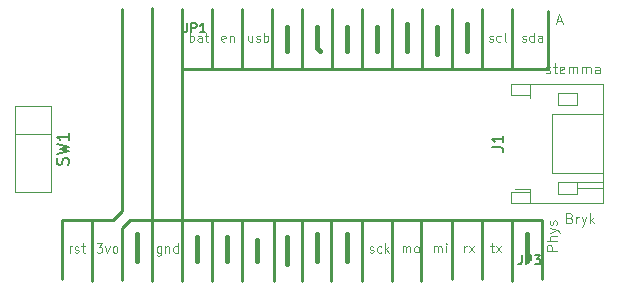
<source format=gbr>
%TF.GenerationSoftware,KiCad,Pcbnew,(5.1.7)-1*%
%TF.CreationDate,2020-11-03T10:24:41+11:00*%
%TF.ProjectId,physbryk_feather,70687973-6272-4796-9b5f-666561746865,rev?*%
%TF.SameCoordinates,Original*%
%TF.FileFunction,Legend,Top*%
%TF.FilePolarity,Positive*%
%FSLAX46Y46*%
G04 Gerber Fmt 4.6, Leading zero omitted, Abs format (unit mm)*
G04 Created by KiCad (PCBNEW (5.1.7)-1) date 2020-11-03 10:24:41*
%MOMM*%
%LPD*%
G01*
G04 APERTURE LIST*
%ADD10C,0.115570*%
%ADD11C,0.097536*%
%ADD12C,0.254000*%
%ADD13C,0.406400*%
%ADD14C,0.120000*%
%ADD15C,0.150000*%
%ADD16C,0.146304*%
G04 APERTURE END LIST*
D10*
X169145987Y-98979566D02*
X169226420Y-99019783D01*
X169387287Y-99019783D01*
X169467720Y-98979566D01*
X169507937Y-98899133D01*
X169507937Y-98858916D01*
X169467720Y-98778483D01*
X169387287Y-98738266D01*
X169266637Y-98738266D01*
X169186203Y-98698050D01*
X169145987Y-98617616D01*
X169145987Y-98577400D01*
X169186203Y-98496966D01*
X169266637Y-98456750D01*
X169387287Y-98456750D01*
X169467720Y-98496966D01*
X169749237Y-98456750D02*
X170070970Y-98456750D01*
X169869887Y-98175233D02*
X169869887Y-98899133D01*
X169910103Y-98979566D01*
X169990537Y-99019783D01*
X170070970Y-99019783D01*
X170674220Y-98979566D02*
X170593787Y-99019783D01*
X170432920Y-99019783D01*
X170352487Y-98979566D01*
X170312270Y-98899133D01*
X170312270Y-98577400D01*
X170352487Y-98496966D01*
X170432920Y-98456750D01*
X170593787Y-98456750D01*
X170674220Y-98496966D01*
X170714437Y-98577400D01*
X170714437Y-98657833D01*
X170312270Y-98738266D01*
X171076387Y-99019783D02*
X171076387Y-98456750D01*
X171076387Y-98537183D02*
X171116603Y-98496966D01*
X171197037Y-98456750D01*
X171317687Y-98456750D01*
X171398120Y-98496966D01*
X171438337Y-98577400D01*
X171438337Y-99019783D01*
X171438337Y-98577400D02*
X171478553Y-98496966D01*
X171558987Y-98456750D01*
X171679637Y-98456750D01*
X171760070Y-98496966D01*
X171800287Y-98577400D01*
X171800287Y-99019783D01*
X172202453Y-99019783D02*
X172202453Y-98456750D01*
X172202453Y-98537183D02*
X172242670Y-98496966D01*
X172323103Y-98456750D01*
X172443753Y-98456750D01*
X172524187Y-98496966D01*
X172564403Y-98577400D01*
X172564403Y-99019783D01*
X172564403Y-98577400D02*
X172604620Y-98496966D01*
X172685053Y-98456750D01*
X172805703Y-98456750D01*
X172886137Y-98496966D01*
X172926353Y-98577400D01*
X172926353Y-99019783D01*
X173690470Y-99019783D02*
X173690470Y-98577400D01*
X173650253Y-98496966D01*
X173569820Y-98456750D01*
X173408953Y-98456750D01*
X173328520Y-98496966D01*
X173690470Y-98979566D02*
X173610037Y-99019783D01*
X173408953Y-99019783D01*
X173328520Y-98979566D01*
X173288303Y-98899133D01*
X173288303Y-98818700D01*
X173328520Y-98738266D01*
X173408953Y-98698050D01*
X173610037Y-98698050D01*
X173690470Y-98657833D01*
D11*
X128809346Y-114187030D02*
X128809346Y-113672257D01*
X128809346Y-113819335D02*
X128846115Y-113745796D01*
X128882885Y-113709026D01*
X128956424Y-113672257D01*
X129029963Y-113672257D01*
X129250580Y-114150260D02*
X129324119Y-114187030D01*
X129471197Y-114187030D01*
X129544736Y-114150260D01*
X129581506Y-114076721D01*
X129581506Y-114039952D01*
X129544736Y-113966413D01*
X129471197Y-113929643D01*
X129360888Y-113929643D01*
X129287349Y-113892874D01*
X129250580Y-113819335D01*
X129250580Y-113782565D01*
X129287349Y-113709026D01*
X129360888Y-113672257D01*
X129471197Y-113672257D01*
X129544736Y-113709026D01*
X129802123Y-113672257D02*
X130096279Y-113672257D01*
X129912431Y-113414870D02*
X129912431Y-114076721D01*
X129949201Y-114150260D01*
X130022740Y-114187030D01*
X130096279Y-114187030D01*
X131098006Y-113414870D02*
X131576010Y-113414870D01*
X131318624Y-113709026D01*
X131428932Y-113709026D01*
X131502471Y-113745796D01*
X131539241Y-113782565D01*
X131576010Y-113856104D01*
X131576010Y-114039952D01*
X131539241Y-114113491D01*
X131502471Y-114150260D01*
X131428932Y-114187030D01*
X131208315Y-114187030D01*
X131134776Y-114150260D01*
X131098006Y-114113491D01*
X131833397Y-113672257D02*
X132017245Y-114187030D01*
X132201092Y-113672257D01*
X132605557Y-114187030D02*
X132532018Y-114150260D01*
X132495248Y-114113491D01*
X132458479Y-114039952D01*
X132458479Y-113819335D01*
X132495248Y-113745796D01*
X132532018Y-113709026D01*
X132605557Y-113672257D01*
X132715866Y-113672257D01*
X132789405Y-113709026D01*
X132826174Y-113745796D01*
X132862944Y-113819335D01*
X132862944Y-114039952D01*
X132826174Y-114113491D01*
X132789405Y-114150260D01*
X132715866Y-114187030D01*
X132605557Y-114187030D01*
X136557071Y-113672257D02*
X136557071Y-114297339D01*
X136520302Y-114370878D01*
X136483532Y-114407647D01*
X136409993Y-114444417D01*
X136299685Y-114444417D01*
X136226146Y-114407647D01*
X136557071Y-114150260D02*
X136483532Y-114187030D01*
X136336454Y-114187030D01*
X136262915Y-114150260D01*
X136226146Y-114113491D01*
X136189376Y-114039952D01*
X136189376Y-113819335D01*
X136226146Y-113745796D01*
X136262915Y-113709026D01*
X136336454Y-113672257D01*
X136483532Y-113672257D01*
X136557071Y-113709026D01*
X136924766Y-113672257D02*
X136924766Y-114187030D01*
X136924766Y-113745796D02*
X136961536Y-113709026D01*
X137035075Y-113672257D01*
X137145384Y-113672257D01*
X137218923Y-113709026D01*
X137255692Y-113782565D01*
X137255692Y-114187030D01*
X137954313Y-114187030D02*
X137954313Y-113414870D01*
X137954313Y-114150260D02*
X137880774Y-114187030D01*
X137733696Y-114187030D01*
X137660157Y-114150260D01*
X137623387Y-114113491D01*
X137586618Y-114039952D01*
X137586618Y-113819335D01*
X137623387Y-113745796D01*
X137660157Y-113709026D01*
X137733696Y-113672257D01*
X137880774Y-113672257D01*
X137954313Y-113709026D01*
X141994002Y-96294060D02*
X141920463Y-96330830D01*
X141773385Y-96330830D01*
X141699846Y-96294060D01*
X141663076Y-96220521D01*
X141663076Y-95926365D01*
X141699846Y-95852826D01*
X141773385Y-95816057D01*
X141920463Y-95816057D01*
X141994002Y-95852826D01*
X142030771Y-95926365D01*
X142030771Y-95999904D01*
X141663076Y-96073443D01*
X142361697Y-95816057D02*
X142361697Y-96330830D01*
X142361697Y-95889596D02*
X142398466Y-95852826D01*
X142472006Y-95816057D01*
X142582314Y-95816057D01*
X142655853Y-95852826D01*
X142692623Y-95926365D01*
X142692623Y-96330830D01*
X138969346Y-96330830D02*
X138969346Y-95558670D01*
X138969346Y-95852826D02*
X139042885Y-95816057D01*
X139189963Y-95816057D01*
X139263502Y-95852826D01*
X139300271Y-95889596D01*
X139337041Y-95963135D01*
X139337041Y-96183752D01*
X139300271Y-96257291D01*
X139263502Y-96294060D01*
X139189963Y-96330830D01*
X139042885Y-96330830D01*
X138969346Y-96294060D01*
X139998892Y-96330830D02*
X139998892Y-95926365D01*
X139962123Y-95852826D01*
X139888584Y-95816057D01*
X139741506Y-95816057D01*
X139667966Y-95852826D01*
X139998892Y-96294060D02*
X139925353Y-96330830D01*
X139741506Y-96330830D01*
X139667966Y-96294060D01*
X139631197Y-96220521D01*
X139631197Y-96146982D01*
X139667966Y-96073443D01*
X139741506Y-96036674D01*
X139925353Y-96036674D01*
X139998892Y-95999904D01*
X140256279Y-95816057D02*
X140550435Y-95816057D01*
X140366587Y-95558670D02*
X140366587Y-96220521D01*
X140403357Y-96294060D01*
X140476896Y-96330830D01*
X140550435Y-96330830D01*
X144278671Y-95816057D02*
X144278671Y-96330830D01*
X143947746Y-95816057D02*
X143947746Y-96220521D01*
X143984515Y-96294060D01*
X144058054Y-96330830D01*
X144168363Y-96330830D01*
X144241902Y-96294060D01*
X144278671Y-96257291D01*
X144609597Y-96294060D02*
X144683136Y-96330830D01*
X144830214Y-96330830D01*
X144903753Y-96294060D01*
X144940523Y-96220521D01*
X144940523Y-96183752D01*
X144903753Y-96110213D01*
X144830214Y-96073443D01*
X144719906Y-96073443D01*
X144646366Y-96036674D01*
X144609597Y-95963135D01*
X144609597Y-95926365D01*
X144646366Y-95852826D01*
X144719906Y-95816057D01*
X144830214Y-95816057D01*
X144903753Y-95852826D01*
X145271448Y-96330830D02*
X145271448Y-95558670D01*
X145271448Y-95852826D02*
X145344987Y-95816057D01*
X145492066Y-95816057D01*
X145565605Y-95852826D01*
X145602374Y-95889596D01*
X145639144Y-95963135D01*
X145639144Y-96183752D01*
X145602374Y-96257291D01*
X145565605Y-96294060D01*
X145492066Y-96330830D01*
X145344987Y-96330830D01*
X145271448Y-96294060D01*
X167126576Y-96294060D02*
X167200115Y-96330830D01*
X167347193Y-96330830D01*
X167420732Y-96294060D01*
X167457502Y-96220521D01*
X167457502Y-96183752D01*
X167420732Y-96110213D01*
X167347193Y-96073443D01*
X167236885Y-96073443D01*
X167163346Y-96036674D01*
X167126576Y-95963135D01*
X167126576Y-95926365D01*
X167163346Y-95852826D01*
X167236885Y-95816057D01*
X167347193Y-95816057D01*
X167420732Y-95852826D01*
X168119353Y-96330830D02*
X168119353Y-95558670D01*
X168119353Y-96294060D02*
X168045814Y-96330830D01*
X167898736Y-96330830D01*
X167825197Y-96294060D01*
X167788427Y-96257291D01*
X167751658Y-96183752D01*
X167751658Y-95963135D01*
X167788427Y-95889596D01*
X167825197Y-95852826D01*
X167898736Y-95816057D01*
X168045814Y-95816057D01*
X168119353Y-95852826D01*
X168817974Y-96330830D02*
X168817974Y-95926365D01*
X168781205Y-95852826D01*
X168707666Y-95816057D01*
X168560587Y-95816057D01*
X168487048Y-95852826D01*
X168817974Y-96294060D02*
X168744435Y-96330830D01*
X168560587Y-96330830D01*
X168487048Y-96294060D01*
X168450279Y-96220521D01*
X168450279Y-96146982D01*
X168487048Y-96073443D01*
X168560587Y-96036674D01*
X168744435Y-96036674D01*
X168817974Y-95999904D01*
X164332576Y-96294060D02*
X164406115Y-96330830D01*
X164553193Y-96330830D01*
X164626732Y-96294060D01*
X164663502Y-96220521D01*
X164663502Y-96183752D01*
X164626732Y-96110213D01*
X164553193Y-96073443D01*
X164442885Y-96073443D01*
X164369346Y-96036674D01*
X164332576Y-95963135D01*
X164332576Y-95926365D01*
X164369346Y-95852826D01*
X164442885Y-95816057D01*
X164553193Y-95816057D01*
X164626732Y-95852826D01*
X165325353Y-96294060D02*
X165251814Y-96330830D01*
X165104736Y-96330830D01*
X165031197Y-96294060D01*
X164994427Y-96257291D01*
X164957658Y-96183752D01*
X164957658Y-95963135D01*
X164994427Y-95889596D01*
X165031197Y-95852826D01*
X165104736Y-95816057D01*
X165251814Y-95816057D01*
X165325353Y-95852826D01*
X165766587Y-96330830D02*
X165693048Y-96294060D01*
X165656279Y-96220521D01*
X165656279Y-95558670D01*
X164449537Y-113659557D02*
X164743693Y-113659557D01*
X164559846Y-113402170D02*
X164559846Y-114064021D01*
X164596615Y-114137560D01*
X164670154Y-114174330D01*
X164743693Y-114174330D01*
X164927541Y-114174330D02*
X165332006Y-113659557D01*
X164927541Y-113659557D02*
X165332006Y-114174330D01*
X162210346Y-114174330D02*
X162210346Y-113659557D01*
X162210346Y-113806635D02*
X162247115Y-113733096D01*
X162283885Y-113696326D01*
X162357424Y-113659557D01*
X162430963Y-113659557D01*
X162614810Y-114174330D02*
X163019275Y-113659557D01*
X162614810Y-113659557D02*
X163019275Y-114174330D01*
X159670346Y-114174330D02*
X159670346Y-113659557D01*
X159670346Y-113733096D02*
X159707115Y-113696326D01*
X159780654Y-113659557D01*
X159890963Y-113659557D01*
X159964502Y-113696326D01*
X160001271Y-113769865D01*
X160001271Y-114174330D01*
X160001271Y-113769865D02*
X160038041Y-113696326D01*
X160111580Y-113659557D01*
X160221888Y-113659557D01*
X160295427Y-113696326D01*
X160332197Y-113769865D01*
X160332197Y-114174330D01*
X160699892Y-114174330D02*
X160699892Y-113659557D01*
X160699892Y-113402170D02*
X160663123Y-113438940D01*
X160699892Y-113475709D01*
X160736662Y-113438940D01*
X160699892Y-113402170D01*
X160699892Y-113475709D01*
X157003346Y-114174330D02*
X157003346Y-113659557D01*
X157003346Y-113733096D02*
X157040115Y-113696326D01*
X157113654Y-113659557D01*
X157223963Y-113659557D01*
X157297502Y-113696326D01*
X157334271Y-113769865D01*
X157334271Y-114174330D01*
X157334271Y-113769865D02*
X157371041Y-113696326D01*
X157444580Y-113659557D01*
X157554888Y-113659557D01*
X157628427Y-113696326D01*
X157665197Y-113769865D01*
X157665197Y-114174330D01*
X158143201Y-114174330D02*
X158069662Y-114137560D01*
X158032892Y-114100791D01*
X157996123Y-114027252D01*
X157996123Y-113806635D01*
X158032892Y-113733096D01*
X158069662Y-113696326D01*
X158143201Y-113659557D01*
X158253509Y-113659557D01*
X158327048Y-113696326D01*
X158363818Y-113733096D01*
X158400587Y-113806635D01*
X158400587Y-114027252D01*
X158363818Y-114100791D01*
X158327048Y-114137560D01*
X158253509Y-114174330D01*
X158143201Y-114174330D01*
X154223376Y-114150260D02*
X154296915Y-114187030D01*
X154443993Y-114187030D01*
X154517532Y-114150260D01*
X154554302Y-114076721D01*
X154554302Y-114039952D01*
X154517532Y-113966413D01*
X154443993Y-113929643D01*
X154333685Y-113929643D01*
X154260146Y-113892874D01*
X154223376Y-113819335D01*
X154223376Y-113782565D01*
X154260146Y-113709026D01*
X154333685Y-113672257D01*
X154443993Y-113672257D01*
X154517532Y-113709026D01*
X155216153Y-114150260D02*
X155142614Y-114187030D01*
X154995536Y-114187030D01*
X154921997Y-114150260D01*
X154885227Y-114113491D01*
X154848458Y-114039952D01*
X154848458Y-113819335D01*
X154885227Y-113745796D01*
X154921997Y-113709026D01*
X154995536Y-113672257D01*
X155142614Y-113672257D01*
X155216153Y-113709026D01*
X155547079Y-114187030D02*
X155547079Y-113414870D01*
X155620618Y-113892874D02*
X155841235Y-114187030D01*
X155841235Y-113672257D02*
X155547079Y-113966413D01*
D12*
X138341100Y-98653600D02*
X140881100Y-98653600D01*
X140881100Y-98653600D02*
X143421100Y-98653600D01*
X143421100Y-98653600D02*
X145961100Y-98653600D01*
X145961100Y-98653600D02*
X148501100Y-98653600D01*
X148501100Y-98653600D02*
X151041100Y-98653600D01*
X151041100Y-98653600D02*
X156121100Y-98653600D01*
X156121100Y-98653600D02*
X158661100Y-98653600D01*
X158661100Y-98653600D02*
X161201100Y-98653600D01*
X161201100Y-98653600D02*
X163741100Y-98653600D01*
X163741100Y-98653600D02*
X166281100Y-98653600D01*
X166281100Y-98653600D02*
X169329100Y-98653600D01*
X169329100Y-98653600D02*
X169329100Y-93700600D01*
X140881100Y-93573600D02*
X140881100Y-98653600D01*
X143421100Y-93573600D02*
X143421100Y-98653600D01*
X145961100Y-98653600D02*
X145961100Y-93573600D01*
X148501100Y-98653600D02*
X148501100Y-93573600D01*
X151041100Y-93573600D02*
X151041100Y-98653600D01*
X153581100Y-98526600D02*
X153581100Y-93573600D01*
X156121100Y-93573600D02*
X156121100Y-98653600D01*
X158661100Y-93573600D02*
X158661100Y-98653600D01*
X161201100Y-93573600D02*
X161201100Y-98653600D01*
X163741100Y-93573600D02*
X163741100Y-98653600D01*
X166281100Y-93573600D02*
X166281100Y-98653600D01*
X158534100Y-111417100D02*
X156121100Y-111417100D01*
X156121100Y-111417100D02*
X153581100Y-111417100D01*
X153581100Y-111417100D02*
X150914100Y-111417100D01*
X150914100Y-111417100D02*
X148501100Y-111417100D01*
X148501100Y-111417100D02*
X146088100Y-111417100D01*
X146088100Y-111417100D02*
X140881100Y-111417100D01*
X140881100Y-111417100D02*
X138341100Y-111417100D01*
X138341100Y-111417100D02*
X135801100Y-111417100D01*
X130721100Y-111417100D02*
X128181100Y-111417100D01*
X128181100Y-111417100D02*
X128181100Y-116433600D01*
X158534100Y-111417100D02*
X158534100Y-116560600D01*
X156121100Y-116560600D02*
X156121100Y-111417100D01*
X153581100Y-116560600D02*
X153581100Y-111417100D01*
X150914100Y-111417100D02*
X150914100Y-116560600D01*
X148501100Y-111417100D02*
X148501100Y-116560600D01*
X146088100Y-116560600D02*
X146088100Y-111417100D01*
X143421100Y-111544100D02*
X143421100Y-116560600D01*
X140881100Y-116560600D02*
X140881100Y-111417100D01*
X138341100Y-116560600D02*
X138341100Y-111417100D01*
X135801100Y-116560600D02*
X135801100Y-111417100D01*
X130721100Y-116560600D02*
X130721100Y-111417100D01*
X158534100Y-111417100D02*
X161201100Y-111417100D01*
X161201100Y-111417100D02*
X163741100Y-111417100D01*
X163741100Y-111417100D02*
X166281100Y-111417100D01*
X166281100Y-111417100D02*
X168821100Y-111417100D01*
X168821100Y-111417100D02*
X168821100Y-116433600D01*
X161201100Y-111417100D02*
X161201100Y-116433600D01*
X163741100Y-111417100D02*
X163741100Y-116433600D01*
X166281100Y-111417100D02*
X166281100Y-116560600D01*
X133261100Y-110655100D02*
X133261100Y-93573600D01*
X135801100Y-93510100D02*
X135801100Y-111417100D01*
X138341100Y-111417100D02*
X138341100Y-98653600D01*
X138341100Y-98653600D02*
X138341100Y-93573600D01*
X130695700Y-111429800D02*
X132473700Y-111429800D01*
X135801100Y-111417100D02*
X133959600Y-111417100D01*
X133959600Y-111417100D02*
X133261100Y-112115600D01*
X133261100Y-112115600D02*
X133261100Y-116497100D01*
X133261100Y-110655100D02*
X132499100Y-111417100D01*
D10*
X170050883Y-114023796D02*
X169206333Y-114023796D01*
X169206333Y-113702062D01*
X169246550Y-113621629D01*
X169286766Y-113581412D01*
X169367200Y-113541196D01*
X169487850Y-113541196D01*
X169568283Y-113581412D01*
X169608500Y-113621629D01*
X169648716Y-113702062D01*
X169648716Y-114023796D01*
X170050883Y-113179246D02*
X169206333Y-113179246D01*
X170050883Y-112817296D02*
X169608500Y-112817296D01*
X169528066Y-112857512D01*
X169487850Y-112937946D01*
X169487850Y-113058596D01*
X169528066Y-113139029D01*
X169568283Y-113179246D01*
X169487850Y-112495562D02*
X170050883Y-112294479D01*
X169487850Y-112093396D02*
X170050883Y-112294479D01*
X170251966Y-112374912D01*
X170292183Y-112415129D01*
X170332400Y-112495562D01*
X170010666Y-111811879D02*
X170050883Y-111731446D01*
X170050883Y-111570579D01*
X170010666Y-111490146D01*
X169930233Y-111449929D01*
X169890016Y-111449929D01*
X169809583Y-111490146D01*
X169769366Y-111570579D01*
X169769366Y-111691229D01*
X169729150Y-111771662D01*
X169648716Y-111811879D01*
X169608500Y-111811879D01*
X169528066Y-111771662D01*
X169487850Y-111691229D01*
X169487850Y-111570579D01*
X169528066Y-111490146D01*
X171156820Y-111277400D02*
X171277470Y-111317616D01*
X171317687Y-111357833D01*
X171357903Y-111438266D01*
X171357903Y-111558916D01*
X171317687Y-111639350D01*
X171277470Y-111679566D01*
X171197037Y-111719783D01*
X170875303Y-111719783D01*
X170875303Y-110875233D01*
X171156820Y-110875233D01*
X171237253Y-110915450D01*
X171277470Y-110955666D01*
X171317687Y-111036100D01*
X171317687Y-111116533D01*
X171277470Y-111196966D01*
X171237253Y-111237183D01*
X171156820Y-111277400D01*
X170875303Y-111277400D01*
X171719853Y-111719783D02*
X171719853Y-111156750D01*
X171719853Y-111317616D02*
X171760070Y-111237183D01*
X171800287Y-111196966D01*
X171880720Y-111156750D01*
X171961153Y-111156750D01*
X172162237Y-111156750D02*
X172363320Y-111719783D01*
X172564403Y-111156750D02*
X172363320Y-111719783D01*
X172282887Y-111920866D01*
X172242670Y-111961083D01*
X172162237Y-112001300D01*
X172886137Y-111719783D02*
X172886137Y-110875233D01*
X172966570Y-111398050D02*
X173207870Y-111719783D01*
X173207870Y-111156750D02*
X172886137Y-111478483D01*
X170073087Y-94562083D02*
X170475253Y-94562083D01*
X169992653Y-94803383D02*
X170274170Y-93958833D01*
X170555687Y-94803383D01*
D13*
X147231100Y-95097600D02*
X147231100Y-97129600D01*
X150025100Y-97129600D02*
X149771100Y-96875600D01*
X149771100Y-96875600D02*
X149771100Y-95097600D01*
X152311100Y-95097600D02*
X152311100Y-97129600D01*
X154851100Y-97129600D02*
X154851100Y-95097600D01*
X157391100Y-94843600D02*
X157391100Y-97129600D01*
X159931100Y-97383600D02*
X159931100Y-95097600D01*
X162471100Y-94843600D02*
X162471100Y-97129600D01*
X139611100Y-114909600D02*
X139611100Y-112877600D01*
X142151100Y-112877600D02*
X142151100Y-114909600D01*
X144691100Y-114909600D02*
X144691100Y-113131600D01*
X147231100Y-115163600D02*
X147231100Y-112877600D01*
X149771100Y-112623600D02*
X149771100Y-114909600D01*
X152311100Y-112623600D02*
X152311100Y-114909600D01*
X134531100Y-112623600D02*
X134531100Y-114909600D01*
X167551100Y-114909600D02*
X167551100Y-112623600D01*
D14*
%TO.C,J1*%
X167780000Y-108810000D02*
X166565000Y-108810000D01*
X171740000Y-108750000D02*
X174000000Y-108750000D01*
X171740000Y-108250000D02*
X174000000Y-108250000D01*
X170140000Y-101650000D02*
X170140000Y-100650000D01*
X171740000Y-101650000D02*
X170140000Y-101650000D01*
X171740000Y-100650000D02*
X171740000Y-101650000D01*
X170140000Y-100650000D02*
X171740000Y-100650000D01*
X170140000Y-108250000D02*
X170140000Y-109250000D01*
X171740000Y-108250000D02*
X170140000Y-108250000D01*
X171740000Y-109250000D02*
X171740000Y-108250000D01*
X170140000Y-109250000D02*
X171740000Y-109250000D01*
X167780000Y-99890000D02*
X167780000Y-100810000D01*
X167780000Y-110010000D02*
X167780000Y-109090000D01*
X169640000Y-102450000D02*
X174000000Y-102450000D01*
X169640000Y-107450000D02*
X169640000Y-102450000D01*
X174000000Y-107450000D02*
X169640000Y-107450000D01*
X167780000Y-100810000D02*
X167780000Y-101090000D01*
X166180000Y-100810000D02*
X167780000Y-100810000D01*
X166180000Y-99890000D02*
X166180000Y-100810000D01*
X174000000Y-99890000D02*
X166180000Y-99890000D01*
X174000000Y-110010000D02*
X174000000Y-99890000D01*
X166180000Y-110010000D02*
X174000000Y-110010000D01*
X166180000Y-109090000D02*
X166180000Y-110010000D01*
X167780000Y-109090000D02*
X166180000Y-109090000D01*
X167780000Y-108810000D02*
X167780000Y-109090000D01*
%TO.C,SW1*%
X127230000Y-104140000D02*
X124230000Y-104140000D01*
X124230000Y-101770000D02*
X127230000Y-101770000D01*
X124230000Y-109050000D02*
X124230000Y-101770000D01*
X127230000Y-109050000D02*
X124230000Y-109050000D01*
X127230000Y-101770000D02*
X127230000Y-109050000D01*
%TD*%
%TO.C,J1*%
D15*
X164542380Y-105283333D02*
X165256666Y-105283333D01*
X165399523Y-105330952D01*
X165494761Y-105426190D01*
X165542380Y-105569047D01*
X165542380Y-105664285D01*
X165542380Y-104283333D02*
X165542380Y-104854761D01*
X165542380Y-104569047D02*
X164542380Y-104569047D01*
X164685238Y-104664285D01*
X164780476Y-104759523D01*
X164828095Y-104854761D01*
%TO.C,JP3*%
D16*
X167110804Y-114415630D02*
X167110804Y-114967173D01*
X167074034Y-115077481D01*
X167000495Y-115151020D01*
X166890187Y-115187790D01*
X166816648Y-115187790D01*
X167478499Y-115187790D02*
X167478499Y-114415630D01*
X167772655Y-114415630D01*
X167846194Y-114452400D01*
X167882964Y-114489169D01*
X167919733Y-114562708D01*
X167919733Y-114673017D01*
X167882964Y-114746556D01*
X167846194Y-114783325D01*
X167772655Y-114820095D01*
X167478499Y-114820095D01*
X168177120Y-114415630D02*
X168655124Y-114415630D01*
X168397737Y-114709786D01*
X168508046Y-114709786D01*
X168581585Y-114746556D01*
X168618354Y-114783325D01*
X168655124Y-114856864D01*
X168655124Y-115040712D01*
X168618354Y-115114251D01*
X168581585Y-115151020D01*
X168508046Y-115187790D01*
X168287429Y-115187790D01*
X168213890Y-115151020D01*
X168177120Y-115114251D01*
%TO.C,JP1*%
X138764462Y-94745870D02*
X138764462Y-95297413D01*
X138727692Y-95407721D01*
X138654153Y-95481260D01*
X138543845Y-95518030D01*
X138470306Y-95518030D01*
X139132157Y-95518030D02*
X139132157Y-94745870D01*
X139426313Y-94745870D01*
X139499852Y-94782640D01*
X139536622Y-94819409D01*
X139573391Y-94892948D01*
X139573391Y-95003257D01*
X139536622Y-95076796D01*
X139499852Y-95113565D01*
X139426313Y-95150335D01*
X139132157Y-95150335D01*
X140308782Y-95518030D02*
X139867548Y-95518030D01*
X140088165Y-95518030D02*
X140088165Y-94745870D01*
X140014626Y-94856179D01*
X139941087Y-94929718D01*
X139867548Y-94966487D01*
%TO.C,SW1*%
D15*
X128674761Y-106743333D02*
X128722380Y-106600476D01*
X128722380Y-106362380D01*
X128674761Y-106267142D01*
X128627142Y-106219523D01*
X128531904Y-106171904D01*
X128436666Y-106171904D01*
X128341428Y-106219523D01*
X128293809Y-106267142D01*
X128246190Y-106362380D01*
X128198571Y-106552857D01*
X128150952Y-106648095D01*
X128103333Y-106695714D01*
X128008095Y-106743333D01*
X127912857Y-106743333D01*
X127817619Y-106695714D01*
X127770000Y-106648095D01*
X127722380Y-106552857D01*
X127722380Y-106314761D01*
X127770000Y-106171904D01*
X127722380Y-105838571D02*
X128722380Y-105600476D01*
X128008095Y-105410000D01*
X128722380Y-105219523D01*
X127722380Y-104981428D01*
X128722380Y-104076666D02*
X128722380Y-104648095D01*
X128722380Y-104362380D02*
X127722380Y-104362380D01*
X127865238Y-104457619D01*
X127960476Y-104552857D01*
X128008095Y-104648095D01*
%TD*%
M02*

</source>
